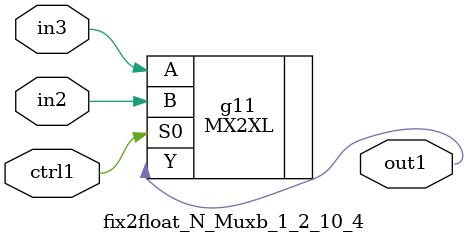
<source format=v>
`timescale 1ps / 1ps


module fix2float_N_Muxb_1_2_10_4(in3, in2, ctrl1, out1);
  input in3, in2, ctrl1;
  output out1;
  wire in3, in2, ctrl1;
  wire out1;
  MX2XL g11(.A (in3), .B (in2), .S0 (ctrl1), .Y (out1));
endmodule



</source>
